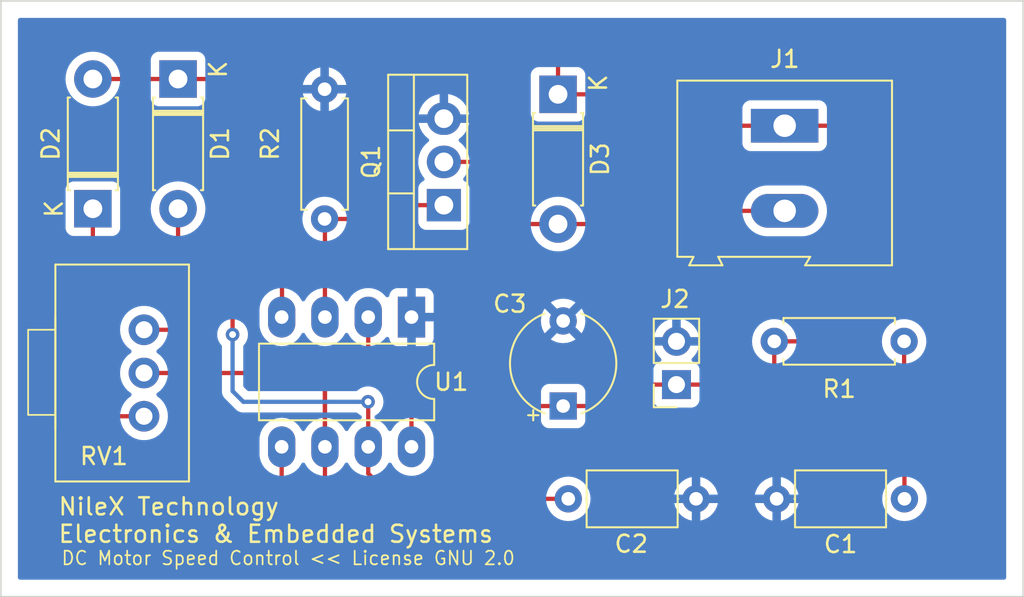
<source format=kicad_pcb>
(kicad_pcb (version 20221018) (generator pcbnew)
  (layers (0 "F.Cu" signal) (31 "B.Cu" signal) (34 "B.Paste" user) (35 "F.Paste" user) (36 "B.SilkS" user "B.Silkscreen") (37 "F.SilkS" user "F.Silkscreen") (38 "B.Mask" user) (39 "F.Mask" user) (44 "Edge.Cuts" user))
  (net 0 "")
  (net 1 "Net-(U1-THR)")
  (net 2 "GND")
  (net 3 "Net-(U1-CV)")
  (net 4 "+5V")
  (net 5 "Net-(D1-PadA)")
  (net 6 "Net-(U1-DIS)")
  (net 7 "Net-(D2-PadK)")
  (net 8 "Net-(J1-Pin_2)")
  (net 9 "/Pulses")
  (footprint "PCBlib:TO-220-3_Vertical" (layer "F.Cu") (at 171 92 90)
    (fp_text reference "Q1" (at 2.54 -4.27 90) (layer "F.SilkS"))
    (fp_text value "IRF840")
    (fp_line (start -2.58 -3.27) (end -2.58 1.371) (stroke (width 0.12)) (layer "F.SilkS"))
    (fp_line (start -2.58 -3.27) (end 7.66 -3.27) (stroke (width 0.12)) (layer "F.SilkS"))
    (fp_line (start -2.58 -1.76) (end 7.66 -1.76) (stroke (width 0.12)) (layer "F.SilkS"))
    (fp_line (start -2.58 1.371) (end 7.66 1.371) (stroke (width 0.12)) (layer "F.SilkS"))
    (fp_line (start 0.69 -3.27) (end 0.69 -1.76) (stroke (width 0.12)) (layer "F.SilkS"))
    (fp_line (start 4.391 -3.27) (end 4.391 -1.76) (stroke (width 0.12)) (layer "F.SilkS"))
    (fp_line (start 7.66 -3.27) (end 7.66 1.371) (stroke (width 0.12)) (layer "F.SilkS"))
    (pad "D" thru_hole oval (at 2.54 0 90) (size 1.905 2) (drill 1.1) (layers "*.Cu" "*.Mask") (net 8 "Net-(J1-Pin_2)"))
    (pad "G" thru_hole rect (at 0 0 90) (size 1.905 2) (drill 1.1) (layers "*.Cu" "*.Mask") (net 9 "/Pulses"))
    (pad "S" thru_hole oval (at 5.08 0 90) (size 1.905 2) (drill 1.1) (layers "*.Cu" "*.Mask") (net 2 "GND"))
  )
  (footprint "PCBlib:PinSocket_1x02_P2.54mm_Vertical" (layer "F.Cu") (at 184.65 102.54 180)
    (fp_text reference "J2" (at 0.09 5.02) (layer "F.SilkS"))
    (fp_text value "Conn_01x02_power")
    (fp_line (start -1.33 1.27) (end -1.33 3.87) (stroke (width 0.12)) (layer "F.SilkS"))
    (fp_line (start -1.33 1.27) (end 1.33 1.27) (stroke (width 0.12)) (layer "F.SilkS"))
    (fp_line (start -1.33 3.87) (end 1.33 3.87) (stroke (width 0.12)) (layer "F.SilkS"))
    (fp_line (start 0 -1.33) (end 1.33 -1.33) (stroke (width 0.12)) (layer "F.SilkS"))
    (fp_line (start 1.33 -1.33) (end 1.33 0) (stroke (width 0.12)) (layer "F.SilkS"))
    (fp_line (start 1.33 1.27) (end 1.33 3.87) (stroke (width 0.12)) (layer "F.SilkS"))
    (pad "1" thru_hole rect (at 0 0 180) (size 1.7 1.7) (drill 1) (layers "*.Cu" "*.Mask") (net 4 "+5V"))
    (pad "2" thru_hole oval (at 0 2.54 180) (size 1.7 1.7) (drill 1) (layers "*.Cu" "*.Mask") (net 2 "GND"))
  )
  (footprint "PCBlib:R_Axial_DIN0207_L6.3mm_D2.5mm_P7.62mm_Horizontal" (layer "F.Cu") (at 164 92.81 90)
    (fp_text reference "R2" (at 4.41 -3.2 90) (layer "F.SilkS"))
    (fp_text value "1M")
    (fp_line (start 0.54 -1.37) (end 7.08 -1.37) (stroke (width 0.12)) (layer "F.SilkS"))
    (fp_line (start 0.54 -1.04) (end 0.54 -1.37) (stroke (width 0.12)) (layer "F.SilkS"))
    (fp_line (start 0.54 1.04) (end 0.54 1.37) (stroke (width 0.12)) (layer "F.SilkS"))
    (fp_line (start 0.54 1.37) (end 7.08 1.37) (stroke (width 0.12)) (layer "F.SilkS"))
    (fp_line (start 7.08 -1.37) (end 7.08 -1.04) (stroke (width 0.12)) (layer "F.SilkS"))
    (fp_line (start 7.08 1.37) (end 7.08 1.04) (stroke (width 0.12)) (layer "F.SilkS"))
    (pad "1" thru_hole circle (at 0 0 90) (size 1.6 1.6) (drill 0.8) (layers "*.Cu" "*.Mask") (net 9 "/Pulses"))
    (pad "2" thru_hole oval (at 7.62 0 90) (size 1.6 1.6) (drill 0.8) (layers "*.Cu" "*.Mask") (net 2 "GND"))
  )
  (footprint "PCBlib:D_DO-41_SOD81_P7.62mm_Horizontal" (layer "F.Cu") (at 177.7 85.49 -90)
    (fp_text reference "D3" (at 3.81 -2.47 -90) (layer "F.SilkS"))
    (fp_text value "1N4007")
    (fp_text user "K" (at -0.66 -2.36 -90) (layer "F.SilkS"))
    (fp_line (start 1.09 -1.47) (end 6.53 -1.47) (stroke (width 0.12)) (layer "F.SilkS"))
    (fp_line (start 1.09 -1.34) (end 1.09 -1.47) (stroke (width 0.12)) (layer "F.SilkS"))
    (fp_line (start 1.09 1.34) (end 1.09 1.47) (stroke (width 0.12)) (layer "F.SilkS"))
    (fp_line (start 1.09 1.47) (end 6.53 1.47) (stroke (width 0.12)) (layer "F.SilkS"))
    (fp_line (start 1.87 -1.47) (end 1.87 1.47) (stroke (width 0.12)) (layer "F.SilkS"))
    (fp_line (start 1.99 -1.47) (end 1.99 1.47) (stroke (width 0.12)) (layer "F.SilkS"))
    (fp_line (start 2.11 -1.47) (end 2.11 1.47) (stroke (width 0.12)) (layer "F.SilkS"))
    (fp_line (start 6.53 -1.47) (end 6.53 -1.34) (stroke (width 0.12)) (layer "F.SilkS"))
    (fp_line (start 6.53 1.47) (end 6.53 1.34) (stroke (width 0.12)) (layer "F.SilkS"))
    (pad "A" thru_hole oval (at 7.62 0 270) (size 2.2 2.2) (drill 1.1) (layers "*.Cu" "*.Mask") (net 8 "Net-(J1-Pin_2)"))
    (pad "K" thru_hole rect (at 0 0 270) (size 2.2 2.2) (drill 1.1) (layers "*.Cu" "*.Mask") (net 4 "+5V"))
  )
  (footprint "PCBlib:D_DO-41_SOD81_P7.62mm_Horizontal" (layer "F.Cu") (at 155.4 84.59 -90)
    (fp_text reference "D1" (at 3.81 -2.47 -90) (layer "F.SilkS"))
    (fp_text value "1N4007")
    (fp_text user "K" (at -0.56 -2.35 -90) (layer "F.SilkS"))
    (fp_line (start 1.09 -1.47) (end 6.53 -1.47) (stroke (width 0.12)) (layer "F.SilkS"))
    (fp_line (start 1.09 -1.34) (end 1.09 -1.47) (stroke (width 0.12)) (layer "F.SilkS"))
    (fp_line (start 1.09 1.34) (end 1.09 1.47) (stroke (width 0.12)) (layer "F.SilkS"))
    (fp_line (start 1.09 1.47) (end 6.53 1.47) (stroke (width 0.12)) (layer "F.SilkS"))
    (fp_line (start 1.87 -1.47) (end 1.87 1.47) (stroke (width 0.12)) (layer "F.SilkS"))
    (fp_line (start 1.99 -1.47) (end 1.99 1.47) (stroke (width 0.12)) (layer "F.SilkS"))
    (fp_line (start 2.11 -1.47) (end 2.11 1.47) (stroke (width 0.12)) (layer "F.SilkS"))
    (fp_line (start 6.53 -1.47) (end 6.53 -1.34) (stroke (width 0.12)) (layer "F.SilkS"))
    (fp_line (start 6.53 1.47) (end 6.53 1.34) (stroke (width 0.12)) (layer "F.SilkS"))
    (pad "A" thru_hole oval (at 7.62 0 270) (size 2.2 2.2) (drill 1.1) (layers "*.Cu" "*.Mask") (net 5 "Net-(D1-PadA)"))
    (pad "K" thru_hole rect (at 0 0 270) (size 2.2 2.2) (drill 1.1) (layers "*.Cu" "*.Mask") (net 6 "Net-(U1-DIS)"))
  )
  (footprint "PCBlib:C_Axial_L5.1mm_D3.1mm_P7.50mm_Horizontal" (layer "F.Cu") (at 178.3 109.25)
    (fp_text reference "C2" (at 3.7 2.65) (layer "F.SilkS"))
    (fp_text value "100nF")
    (fp_line (start 1.04 0) (end 1.08 0) (stroke (width 0.12)) (layer "F.SilkS"))
    (fp_line (start 1.08 -1.67) (end 1.08 1.67) (stroke (width 0.12)) (layer "F.SilkS"))
    (fp_line (start 1.08 1.67) (end 6.42 1.67) (stroke (width 0.12)) (layer "F.SilkS"))
    (fp_line (start 6.42 -1.67) (end 1.08 -1.67) (stroke (width 0.12)) (layer "F.SilkS"))
    (fp_line (start 6.42 1.67) (end 6.42 -1.67) (stroke (width 0.12)) (layer "F.SilkS"))
    (fp_line (start 6.46 0) (end 6.42 0) (stroke (width 0.12)) (layer "F.SilkS"))
    (pad "1" thru_hole circle (at 0 0) (size 1.6 1.6) (drill 0.8) (layers "*.Cu" "*.Mask") (net 3 "Net-(U1-CV)"))
    (pad "2" thru_hole oval (at 7.5 0) (size 1.6 1.6) (drill 0.8) (layers "*.Cu" "*.Mask") (net 2 "GND"))
  )
  (footprint "PCBlib:CP_Radial_Tantal_D6.0mm_P5.00mm" (layer "F.Cu") (at 178 103.8 90)
    (fp_text reference "C3" (at 6 -3.13) (layer "F.SilkS"))
    (fp_text value "10uF")
    (fp_line (start -0.839749 -1.755) (end -0.239749 -1.755) (stroke (width 0.12)) (layer "F.SilkS"))
    (fp_line (start -0.539749 -2.055) (end -0.539749 -1.455) (stroke (width 0.12)) (layer "F.SilkS"))
    (fp_arc (start -0.434416 -1.06) (mid 2.5 -3.12) (end 5.434416 -1.06) (stroke (width 0.12)) (layer "F.SilkS"))
    (fp_arc (start 5.434416 1.06) (mid 2.5 3.12) (end -0.434416 1.06) (stroke (width 0.12)) (layer "F.SilkS"))
    (pad "1" thru_hole rect (at 0 0 90) (size 1.6 1.6) (drill 0.8) (layers "*.Cu" "*.Mask") (net 4 "+5V"))
    (pad "2" thru_hole circle (at 5 0 90) (size 1.6 1.6) (drill 0.8) (layers "*.Cu" "*.Mask") (net 2 "GND"))
  )
  (footprint "PCBlib:D_DO-41_SOD81_P7.62mm_Horizontal" (layer "F.Cu") (at 150.4 92.21 90)
    (fp_text reference "D2" (at 3.81 -2.47 90) (layer "F.SilkS"))
    (fp_text value "1N4007")
    (fp_text user "K" (at -0.01 -2.28 90) (layer "F.SilkS"))
    (fp_line (start 1.09 -1.47) (end 6.53 -1.47) (stroke (width 0.12)) (layer "F.SilkS"))
    (fp_line (start 1.09 -1.34) (end 1.09 -1.47) (stroke (width 0.12)) (layer "F.SilkS"))
    (fp_line (start 1.09 1.34) (end 1.09 1.47) (stroke (width 0.12)) (layer "F.SilkS"))
    (fp_line (start 1.09 1.47) (end 6.53 1.47) (stroke (width 0.12)) (layer "F.SilkS"))
    (fp_line (start 1.87 -1.47) (end 1.87 1.47) (stroke (width 0.12)) (layer "F.SilkS"))
    (fp_line (start 1.99 -1.47) (end 1.99 1.47) (stroke (width 0.12)) (layer "F.SilkS"))
    (fp_line (start 2.11 -1.47) (end 2.11 1.47) (stroke (width 0.12)) (layer "F.SilkS"))
    (fp_line (start 6.53 -1.47) (end 6.53 -1.34) (stroke (width 0.12)) (layer "F.SilkS"))
    (fp_line (start 6.53 1.47) (end 6.53 1.34) (stroke (width 0.12)) (layer "F.SilkS"))
    (pad "A" thru_hole oval (at 7.62 0 90) (size 2.2 2.2) (drill 1.1) (layers "*.Cu" "*.Mask") (net 6 "Net-(U1-DIS)"))
    (pad "K" thru_hole rect (at 0 0 90) (size 2.2 2.2) (drill 1.1) (layers "*.Cu" "*.Mask") (net 7 "Net-(D2-PadK)"))
  )
  (footprint "PCBlib:R_Axial_DIN0207_L6.3mm_D2.5mm_P7.62mm_Horizontal" (layer "F.Cu") (at 190.39 100)
    (fp_text reference "R1" (at 3.81 2.8) (layer "F.SilkS"))
    (fp_text value "1K")
    (fp_line (start 0.54 -1.37) (end 7.08 -1.37) (stroke (width 0.12)) (layer "F.SilkS"))
    (fp_line (start 0.54 -1.04) (end 0.54 -1.37) (stroke (width 0.12)) (layer "F.SilkS"))
    (fp_line (start 0.54 1.04) (end 0.54 1.37) (stroke (width 0.12)) (layer "F.SilkS"))
    (fp_line (start 0.54 1.37) (end 7.08 1.37) (stroke (width 0.12)) (layer "F.SilkS"))
    (fp_line (start 7.08 -1.37) (end 7.08 -1.04) (stroke (width 0.12)) (layer "F.SilkS"))
    (fp_line (start 7.08 1.37) (end 7.08 1.04) (stroke (width 0.12)) (layer "F.SilkS"))
    (pad "1" thru_hole circle (at 0 0) (size 1.6 1.6) (drill 0.8) (layers "*.Cu" "*.Mask") (net 4 "+5V"))
    (pad "2" thru_hole oval (at 7.62 0) (size 1.6 1.6) (drill 0.8) (layers "*.Cu" "*.Mask") (net 6 "Net-(U1-DIS)"))
  )
  (footprint "PCBlib:Potentiometer_Vishay_248BH-249BH_Single_Horizontal" (layer "F.Cu") (at 153.4 99.32 180)
    (fp_text reference "RV1" (at 2.35 -7.43 180) (layer "F.SilkS"))
    (fp_text value "50k")
    (fp_line (start -2.64 -8.91) (end -2.64 3.83) (stroke (width 0.12)) (layer "F.SilkS"))
    (fp_line (start -2.64 -8.91) (end 5.2 -8.91) (stroke (width 0.12)) (layer "F.SilkS"))
    (fp_line (start -2.64 3.83) (end 5.2 3.83) (stroke (width 0.12)) (layer "F.SilkS"))
    (fp_line (start 5.2 -8.91) (end 5.2 3.83) (stroke (width 0.12)) (layer "F.SilkS"))
    (fp_line (start 5.2 -5.835) (end 5.2 0.755) (stroke (width 0.12)) (layer "F.SilkS"))
    (fp_line (start 5.2 -5) (end 6.8 -5) (stroke (width 0.1)) (layer "F.SilkS"))
    (fp_line (start 6.8 -5) (end 6.8 0) (stroke (width 0.1)) (layer "F.SilkS"))
    (fp_line (start 6.8 0) (end 5.2 0) (stroke (width 0.1)) (layer "F.SilkS"))
    (pad "1" thru_hole circle (at 0 0 180) (size 1.8 1.8) (drill 1) (layers "*.Cu" "*.Mask") (net 5 "Net-(D1-PadA)"))
    (pad "2" thru_hole circle (at 0 -2.54 180) (size 1.8 1.8) (drill 1) (layers "*.Cu" "*.Mask") (net 1 "Net-(U1-THR)"))
    (pad "3" thru_hole circle (at 0 -5.08 180) (size 1.8 1.8) (drill 1) (layers "*.Cu" "*.Mask") (net 7 "Net-(D2-PadK)"))
  )
  (footprint "PCBlib:C_Axial_L5.1mm_D3.1mm_P7.50mm_Horizontal" (layer "F.Cu") (at 198.03 109.25 180)
    (fp_text reference "C1" (at 3.75 -2.67 180) (layer "F.SilkS"))
    (fp_text value "100nF")
    (fp_line (start 1.04 0) (end 1.08 0) (stroke (width 0.12)) (layer "F.SilkS"))
    (fp_line (start 1.08 -1.67) (end 1.08 1.67) (stroke (width 0.12)) (layer "F.SilkS"))
    (fp_line (start 1.08 1.67) (end 6.42 1.67) (stroke (width 0.12)) (layer "F.SilkS"))
    (fp_line (start 6.42 -1.67) (end 1.08 -1.67) (stroke (width 0.12)) (layer "F.SilkS"))
    (fp_line (start 6.42 1.67) (end 6.42 -1.67) (stroke (width 0.12)) (layer "F.SilkS"))
    (fp_line (start 6.46 0) (end 6.42 0) (stroke (width 0.12)) (layer "F.SilkS"))
    (pad "1" thru_hole circle (at 0 0 180) (size 1.6 1.6) (drill 0.8) (layers "*.Cu" "*.Mask") (net 1 "Net-(U1-THR)"))
    (pad "2" thru_hole oval (at 7.5 0 180) (size 1.6 1.6) (drill 0.8) (layers "*.Cu" "*.Mask") (net 2 "GND"))
  )
  (footprint "PCBlib:DIP-8_W7.62mm_LongPads" (layer "F.Cu") (at 169.1 98.575 -90)
    (fp_text reference "U1" (at 3.81 -2.33 -180) (layer "F.SilkS"))
    (fp_text value "~")
    (fp_line (start 1.56 -1.33) (end 1.56 8.95) (stroke (width 0.12)) (layer "F.SilkS"))
    (fp_line (start 1.56 8.95) (end 6.06 8.95) (stroke (width 0.12)) (layer "F.SilkS"))
    (fp_line (start 2.81 -1.33) (end 1.56 -1.33) (stroke (width 0.12)) (layer "F.SilkS"))
    (fp_line (start 6.06 -1.33) (end 4.81 -1.33) (stroke (width 0.12)) (layer "F.SilkS"))
    (fp_line (start 6.06 8.95) (end 6.06 -1.33) (stroke (width 0.12)) (layer "F.SilkS"))
    (fp_arc (start 4.81 -1.33) (mid 3.81 -0.33) (end 2.81 -1.33) (stroke (width 0.12)) (layer "F.SilkS"))
    (pad "1" thru_hole rect (at 0 0 270) (size 2.4 1.6) (drill 0.8) (layers "*.Cu" "*.Mask") (net 2 "GND"))
    (pad "2" thru_hole oval (at 0 2.54 270) (size 2.4 1.6) (drill 0.8) (layers "*.Cu" "*.Mask") (net 1 "Net-(U1-THR)"))
    (pad "3" thru_hole oval (at 0 5.08 270) (size 2.4 1.6) (drill 0.8) (layers "*.Cu" "*.Mask") (net 9 "/Pulses"))
    (pad "4" thru_hole oval (at 0 7.62 270) (size 2.4 1.6) (drill 0.8) (layers "*.Cu" "*.Mask") (net 4 "+5V"))
    (pad "5" thru_hole oval (at 7.62 7.62 270) (size 2.4 1.6) (drill 0.8) (layers "*.Cu" "*.Mask") (net 3 "Net-(U1-CV)"))
    (pad "6" thru_hole oval (at 7.62 5.08 270) (size 2.4 1.6) (drill 0.8) (layers "*.Cu" "*.Mask") (net 1 "Net-(U1-THR)"))
    (pad "7" thru_hole oval (at 7.62 2.54 270) (size 2.4 1.6) (drill 0.8) (layers "*.Cu" "*.Mask") (net 6 "Net-(U1-DIS)"))
    (pad "8" thru_hole oval (at 7.62 0 270) (size 2.4 1.6) (drill 0.8) (layers "*.Cu" "*.Mask") (net 4 "+5V"))
  )
  (footprint "PCBlib:TerminalBlock_Altech_AK300-2_P5.00mm" (layer "F.Cu") (at 191 87.335 -90)
    (fp_text reference "J1" (at -3.915 -0.01 -180) (layer "F.SilkS"))
    (fp_text value "MOTOR")
    (fp_line (start -2.65 -6.3) (end -2.65 6.3) (stroke (width 0.12)) (layer "F.SilkS"))
    (fp_line (start -2.65 6.3) (end 7.7 6.3) (stroke (width 0.12)) (layer "F.SilkS"))
    (fp_line (start 7.7 -1.5) (end 8.2 -1.2) (stroke (width 0.12)) (layer "F.SilkS"))
    (fp_line (start 7.7 3.9) (end 7.7 -1.5) (stroke (width 0.12)) (layer "F.SilkS"))
    (fp_line (start 7.7 5.35) (end 8.2 5.6) (stroke (width 0.12)) (layer "F.SilkS"))
    (fp_line (start 7.7 6.3) (end 7.7 5.35) (stroke (width 0.12)) (layer "F.SilkS"))
    (fp_line (start 8.2 -6.3) (end -2.65 -6.3) (stroke (width 0.12)) (layer "F.SilkS"))
    (fp_line (start 8.2 -1.2) (end 8.2 -6.3) (stroke (width 0.12)) (layer "F.SilkS"))
    (fp_line (start 8.2 3.65) (end 7.7 3.9) (stroke (width 0.12)) (layer "F.SilkS"))
    (fp_line (start 8.2 3.7) (end 8.2 3.65) (stroke (width 0.12)) (layer "F.SilkS"))
    (fp_line (start 8.2 5.6) (end 8.2 3.7) (stroke (width 0.12)) (layer "F.SilkS"))
    (pad "1" thru_hole rect (at 0 0 270) (size 1.98 3.96) (drill 1.32) (layers "*.Cu" "*.Mask") (net 4 "+5V"))
    (pad "2" thru_hole oval (at 5 0 270) (size 1.98 3.96) (drill 1.32) (layers "*.Cu" "*.Mask") (net 8 "Net-(J1-Pin_2)"))
  )
  (gr_line (start 205 115) (end 145 115) (stroke (width 0.1)) (layer "Edge.Cuts"))
  (gr_line (start 145 115) (end 145 80) (stroke (width 0.1)) (layer "Edge.Cuts"))
  (gr_line (start 205 80) (end 205 115) (stroke (width 0.1)) (layer "Edge.Cuts"))
  (gr_line (start 145 80) (end 205 80) (stroke (width 0.1)) (layer "Edge.Cuts"))
  (gr_text "DC Motor Speed Control << License GNU 2.0" (at 148.5 113.2) (layer "F.SilkS") (effects (font (size 0.8 0.762) (thickness 0.1016)) (justify left bottom)))
  (gr_text "NileX Technology\nElectronics & Embedded Systems" (at 148.3 111.9) (layer "F.SilkS") (effects (font (size 1 1)) (justify left bottom)))
  (segment (start 164.02 101.86) (end 164.02 106.195) (width 0.25) (layer "F.Cu") (net 1))
  (segment (start 164.55 108.7) (end 164.02 108.17) (width 0.25) (layer "F.Cu") (net 1))
  (segment (start 166.015 101.86) (end 164.02 101.86) (width 0.25) (layer "F.Cu") (net 1))
  (segment (start 166.56 101.315) (end 166.015 101.86) (width 0.25) (layer "F.Cu") (net 1))
  (segment (start 176.1 108.7) (end 164.55 108.7) (width 0.25) (layer "F.Cu") (net 1))
  (segment (start 164.02 108.17) (end 164.02 106.195) (width 0.25) (layer "F.Cu") (net 1))
  (segment (start 164.02 106.195) (end 163.8 105.975) (width 0.25) (layer "F.Cu") (net 1))
  (segment (start 166.56 98.575) (end 166.56 101.315) (width 0.25) (layer "F.Cu") (net 1))
  (segment (start 197.4 106.9) (end 177.9 106.9) (width 0.25) (layer "F.Cu") (net 1))
  (segment (start 198.03 107.53) (end 197.4 106.9) (width 0.25) (layer "F.Cu") (net 1))
  (segment (start 177.9 106.9) (end 176.1 108.7) (width 0.25) (layer "F.Cu") (net 1))
  (segment (start 198.03 109.25) (end 198.03 107.53) (width 0.25) (layer "F.Cu") (net 1))
  (segment (start 164.02 101.948198) (end 164.02 106.195) (width 0.25) (layer "F.Cu") (net 1))
  (segment (start 153.4 101.86) (end 164.02 101.86) (width 0.25) (layer "F.Cu") (net 1))
  (segment (start 170.88 86.8) (end 171 86.92) (width 0.25) (layer "F.Cu") (net 2))
  (segment (start 161.48 107.98) (end 162.75 109.25) (width 0.25) (layer "F.Cu") (net 3))
  (segment (start 161.48 106.195) (end 161.48 107.98) (width 0.25) (layer "F.Cu") (net 3))
  (segment (start 177.8 109.25) (end 178.25 108.8) (width 0.25) (layer "F.Cu") (net 3))
  (segment (start 178.3 109.25) (end 162.75 109.25) (width 0.25) (layer "F.Cu") (net 3))
  (segment (start 185.74 85.49) (end 187.585 87.335) (width 0.25) (layer "F.Cu") (net 4))
  (segment (start 177.7 83.7) (end 176.8 82.8) (width 0.25) (layer "F.Cu") (net 4))
  (segment (start 161.5 98.555) (end 161.48 98.575) (width 0.25) (layer "F.Cu") (net 4))
  (segment (start 184.65 102.54) (end 182.66 102.54) (width 0.25) (layer "F.Cu") (net 4))
  (segment (start 176.8 82.8) (end 162.6 82.8) (width 0.25) (layer "F.Cu") (net 4))
  (segment (start 190.39 100) (end 194.4 100) (width 0.25) (layer "F.Cu") (net 4))
  (segment (start 177.7 85.49) (end 177.7 83.7) (width 0.25) (layer "F.Cu") (net 4))
  (segment (start 195.1 88.1) (end 194.335 87.335) (width 0.25) (layer "F.Cu") (net 4))
  (segment (start 161.5 83.9) (end 161.5 98.555) (width 0.25) (layer "F.Cu") (net 4))
  (segment (start 162.6 82.8) (end 161.5 83.9) (width 0.25) (layer "F.Cu") (net 4))
  (segment (start 169.1 104.27) (end 169.57 103.8) (width 0.25) (layer "F.Cu") (net 4))
  (segment (start 169.57 103.8) (end 178 103.8) (width 0.25) (layer "F.Cu") (net 4))
  (segment (start 195.1 99.3) (end 195.1 88.1) (width 0.25) (layer "F.Cu") (net 4))
  (segment (start 194.335 87.335) (end 191 87.335) (width 0.25) (layer "F.Cu") (net 4))
  (segment (start 190.39 101.91) (end 189.76 102.54) (width 0.25) (layer "F.Cu") (net 4))
  (segment (start 177.7 85.49) (end 185.74 85.49) (width 0.25) (layer "F.Cu") (net 4))
  (segment (start 181.4 103.8) (end 178 103.8) (width 0.25) (layer "F.Cu") (net 4))
  (segment (start 189.76 102.54) (end 184.65 102.54) (width 0.25) (layer "F.Cu") (net 4))
  (segment (start 194.4 100) (end 195.1 99.3) (width 0.25) (layer "F.Cu") (net 4))
  (segment (start 169.1 106.195) (end 169.1 104.27) (width 0.25) (layer "F.Cu") (net 4))
  (segment (start 187.585 87.335) (end 191 87.335) (width 0.25) (layer "F.Cu") (net 4))
  (segment (start 190.39 100) (end 190.39 101.91) (width 0.25) (layer "F.Cu") (net 4))
  (segment (start 182.66 102.54) (end 181.4 103.8) (width 0.25) (layer "F.Cu") (net 4))
  (segment (start 153.4 99.32) (end 154.98 99.32) (width 0.25) (layer "F.Cu") (net 5))
  (segment (start 154.98 99.32) (end 155.4 98.9) (width 0.25) (layer "F.Cu") (net 5))
  (segment (start 155.4 92.21) (end 155.4 98.9) (width 0.25) (layer "F.Cu") (net 5))
  (segment (start 158.6 85.5) (end 158.6 99.6) (width 0.25) (layer "F.Cu") (net 6))
  (segment (start 157.69 84.59) (end 158.6 85.5) (width 0.25) (layer "F.Cu") (net 6))
  (segment (start 155.4 84.59) (end 157.69 84.59) (width 0.25) (layer "F.Cu") (net 6))
  (segment (start 167 108.2) (end 175.8 108.2) (width 0.25) (layer "F.Cu") (net 6))
  (segment (start 175.8 108.2) (end 177.6 106.4) (width 0.25) (layer "F.Cu") (net 6))
  (segment (start 166.56 106.195) (end 166.56 103.56) (width 0.25) (layer "F.Cu") (net 6))
  (segment (start 198.01 105.79) (end 198.01 100) (width 0.25) (layer "F.Cu") (net 6))
  (segment (start 166.56 106.195) (end 166.56 107.76) (width 0.25) (layer "F.Cu") (net 6))
  (segment (start 166.56 103.56) (end 166.55 103.55) (width 0.25) (layer "F.Cu") (net 6))
  (segment (start 177.6 106.4) (end 197.4 106.4) (width 0.25) (layer "F.Cu") (net 6))
  (segment (start 150.4 84.59) (end 155.4 84.59) (width 0.25) (layer "F.Cu") (net 6))
  (segment (start 166.56 107.76) (end 167 108.2) (width 0.25) (layer "F.Cu") (net 6))
  (segment (start 197.4 106.4) (end 198.01 105.79) (width 0.25) (layer "F.Cu") (net 6))
  (via (at 166.55 103.55) (size 0.8) (drill 0.4) (layers "F.Cu" "B.Cu") (net 6))
  (via (at 158.6 99.6) (size 0.8) (drill 0.4) (layers "F.Cu" "B.Cu") (net 6))
  (segment (start 159.23 103.55) (end 158.6 102.92) (width 0.25) (layer "B.Cu") (net 6))
  (segment (start 158.6 102.92) (end 158.6 99.6) (width 0.25) (layer "B.Cu") (net 6))
  (segment (start 166.55 103.55) (end 159.23 103.55) (width 0.25) (layer "B.Cu") (net 6))
  (segment (start 151.6 104.4) (end 153.4 104.4) (width 0.25) (layer "F.Cu") (net 7))
  (segment (start 150.4 103.2) (end 151.6 104.4) (width 0.25) (layer "F.Cu") (net 7))
  (segment (start 150.4 92.21) (end 150.4 103.2) (width 0.25) (layer "F.Cu") (net 7))
  (segment (start 173.66 89.46) (end 174.3 90.1) (width 0.25) (layer "F.Cu") (net 8))
  (segment (start 185.915 92.335) (end 191 92.335) (width 0.25) (layer "F.Cu") (net 8))
  (segment (start 174.3 90.1) (end 174.3 92.7) (width 0.25) (layer "F.Cu") (net 8))
  (segment (start 174.71 93.11) (end 177.7 93.11) (width 0.25) (layer "F.Cu") (net 8))
  (segment (start 171 89.46) (end 173.66 89.46) (width 0.25) (layer "F.Cu") (net 8))
  (segment (start 185.14 93.11) (end 185.915 92.335) (width 0.25) (layer "F.Cu") (net 8))
  (segment (start 177.7 93.11) (end 185.14 93.11) (width 0.25) (layer "F.Cu") (net 8))
  (segment (start 174.3 92.7) (end 174.71 93.11) (width 0.25) (layer "F.Cu") (net 8))
  (segment (start 167.4 92) (end 166.59 92.81) (width 0.25) (layer "F.Cu") (net 9))
  (segment (start 166.59 92.81) (end 164 92.81) (width 0.25) (layer "F.Cu") (net 9))
  (segment (start 164.02 98.575) (end 164.02 92.83) (width 0.25) (layer "F.Cu") (net 9))
  (segment (start 164.02 92.83) (end 164 92.81) (width 0.25) (layer "F.Cu") (net 9))
  (segment (start 171 92) (end 167.4 92) (width 0.25) (layer "F.Cu") (net 9))
  (zone (net 2) (net_name "GND") (layer "B.Cu") (connect_pads (clearance 0.5)) (min_thickness 0.25) (fill yes (thermal_gap 0.5) (thermal_bridge_width 0.5))
    (polygon (pts (xy 146 81) (xy 204 81) (xy 204 114) (xy 146 114)))
  )
)
</source>
